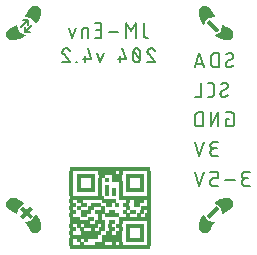
<source format=gbo>
G04 EAGLE Gerber X2 export*
%TF.Part,Single*%
%TF.FileFunction,Legend,Bot,1*%
%TF.FilePolarity,Positive*%
%TF.GenerationSoftware,Autodesk,EAGLE,9.6.2*%
%TF.CreationDate,2022-05-19T00:38:24Z*%
G75*
%MOMM*%
%FSLAX34Y34*%
%LPD*%
%INSilkscreen Bottom*%
%AMOC8*
5,1,8,0,0,1.08239X$1,22.5*%
G01*
%ADD10C,0.203200*%
%ADD11R,6.900000X0.300000*%
%ADD12R,0.300000X0.300000*%
%ADD13R,0.900000X0.300000*%
%ADD14R,1.800000X0.300000*%
%ADD15R,1.500000X0.300000*%
%ADD16R,2.400000X0.300000*%
%ADD17R,0.600000X0.300000*%
%ADD18R,1.200000X0.300000*%
%ADD19R,2.700000X0.300000*%
%ADD20R,3.000000X0.300000*%
%ADD21C,0.200000*%

G36*
X70058Y28768D02*
X70058Y28768D01*
X70116Y28780D01*
X70128Y28788D01*
X70134Y28790D01*
X70141Y28798D01*
X70176Y28824D01*
X73176Y31824D01*
X73199Y31866D01*
X73217Y31886D01*
X73219Y31897D01*
X73238Y31927D01*
X73240Y31941D01*
X73243Y31946D01*
X73243Y31957D01*
X73249Y32000D01*
X73249Y36000D01*
X73247Y36009D01*
X73247Y36010D01*
X73247Y36012D01*
X73246Y36014D01*
X73242Y36060D01*
X72242Y40060D01*
X72241Y40061D01*
X72214Y40128D01*
X69214Y45128D01*
X69201Y45140D01*
X69195Y45155D01*
X69151Y45186D01*
X69111Y45223D01*
X69094Y45226D01*
X69081Y45236D01*
X69027Y45238D01*
X68974Y45248D01*
X68958Y45241D01*
X68941Y45242D01*
X68894Y45215D01*
X68844Y45195D01*
X68835Y45181D01*
X68820Y45172D01*
X68777Y45111D01*
X66795Y41148D01*
X64877Y39230D01*
X59951Y38244D01*
X59899Y38217D01*
X59844Y38195D01*
X59838Y38185D01*
X59827Y38180D01*
X59798Y38128D01*
X59764Y38080D01*
X59764Y38069D01*
X59758Y38058D01*
X59761Y37999D01*
X59758Y37941D01*
X59764Y37926D01*
X59764Y37919D01*
X59771Y37910D01*
X59786Y37872D01*
X62781Y32880D01*
X63777Y30889D01*
X63796Y30868D01*
X63807Y30843D01*
X63862Y30793D01*
X66862Y28793D01*
X66896Y28782D01*
X66927Y28762D01*
X66991Y28752D01*
X66995Y28751D01*
X66997Y28751D01*
X67000Y28751D01*
X70000Y28751D01*
X70058Y28768D01*
G37*
G36*
X51009Y191753D02*
X51009Y191753D01*
X51060Y191758D01*
X55060Y192758D01*
X55061Y192759D01*
X55128Y192786D01*
X60128Y195786D01*
X60140Y195799D01*
X60155Y195805D01*
X60186Y195849D01*
X60223Y195889D01*
X60226Y195906D01*
X60236Y195919D01*
X60238Y195973D01*
X60248Y196027D01*
X60241Y196042D01*
X60242Y196059D01*
X60215Y196106D01*
X60195Y196156D01*
X60181Y196165D01*
X60172Y196180D01*
X60111Y196223D01*
X56148Y198205D01*
X54230Y200123D01*
X53244Y205049D01*
X53217Y205101D01*
X53195Y205156D01*
X53185Y205162D01*
X53180Y205173D01*
X53128Y205202D01*
X53080Y205236D01*
X53069Y205237D01*
X53058Y205242D01*
X52999Y205240D01*
X52941Y205242D01*
X52926Y205236D01*
X52919Y205236D01*
X52910Y205230D01*
X52872Y205214D01*
X47880Y202219D01*
X45889Y201223D01*
X45868Y201204D01*
X45843Y201193D01*
X45793Y201138D01*
X43793Y198138D01*
X43782Y198104D01*
X43762Y198074D01*
X43752Y198009D01*
X43751Y198005D01*
X43751Y198003D01*
X43751Y198000D01*
X43751Y195000D01*
X43762Y194960D01*
X43762Y194958D01*
X43765Y194950D01*
X43768Y194942D01*
X43780Y194884D01*
X43788Y194872D01*
X43790Y194866D01*
X43798Y194859D01*
X43818Y194831D01*
X43819Y194830D01*
X43820Y194829D01*
X43824Y194824D01*
X46824Y191824D01*
X46876Y191795D01*
X46927Y191762D01*
X46941Y191760D01*
X46946Y191757D01*
X46957Y191757D01*
X47000Y191751D01*
X51000Y191751D01*
X51009Y191753D01*
G37*
G36*
X227001Y44761D02*
X227001Y44761D01*
X227060Y44758D01*
X227074Y44764D01*
X227081Y44764D01*
X227090Y44771D01*
X227128Y44786D01*
X232120Y47781D01*
X234111Y48777D01*
X234132Y48796D01*
X234157Y48807D01*
X234207Y48862D01*
X236207Y51862D01*
X236211Y51873D01*
X236212Y51874D01*
X236213Y51880D01*
X236218Y51896D01*
X236238Y51927D01*
X236248Y51991D01*
X236249Y51995D01*
X236249Y51997D01*
X236249Y52000D01*
X236249Y55000D01*
X236232Y55058D01*
X236220Y55116D01*
X236212Y55128D01*
X236210Y55134D01*
X236202Y55141D01*
X236176Y55176D01*
X233176Y58176D01*
X233124Y58205D01*
X233074Y58238D01*
X233059Y58240D01*
X233054Y58243D01*
X233043Y58243D01*
X233000Y58249D01*
X229000Y58249D01*
X228992Y58247D01*
X228940Y58242D01*
X224940Y57242D01*
X224939Y57241D01*
X224872Y57214D01*
X219872Y54214D01*
X219860Y54201D01*
X219845Y54195D01*
X219814Y54151D01*
X219777Y54111D01*
X219774Y54094D01*
X219764Y54081D01*
X219762Y54027D01*
X219752Y53974D01*
X219759Y53958D01*
X219758Y53941D01*
X219785Y53894D01*
X219805Y53844D01*
X219819Y53835D01*
X219828Y53820D01*
X219889Y53777D01*
X223852Y51795D01*
X225770Y49877D01*
X226756Y44951D01*
X226783Y44899D01*
X226805Y44844D01*
X226815Y44838D01*
X226820Y44827D01*
X226872Y44798D01*
X226920Y44764D01*
X226931Y44764D01*
X226942Y44758D01*
X227001Y44761D01*
G37*
G36*
X211042Y204759D02*
X211042Y204759D01*
X211059Y204758D01*
X211106Y204785D01*
X211156Y204805D01*
X211165Y204819D01*
X211180Y204828D01*
X211223Y204889D01*
X213205Y208852D01*
X215123Y210770D01*
X220049Y211756D01*
X220101Y211783D01*
X220156Y211805D01*
X220162Y211815D01*
X220173Y211820D01*
X220202Y211872D01*
X220236Y211920D01*
X220237Y211931D01*
X220242Y211942D01*
X220240Y212001D01*
X220242Y212060D01*
X220236Y212074D01*
X220236Y212081D01*
X220230Y212090D01*
X220214Y212128D01*
X217219Y217120D01*
X216223Y219111D01*
X216204Y219132D01*
X216193Y219157D01*
X216138Y219207D01*
X213138Y221207D01*
X213104Y221218D01*
X213074Y221238D01*
X213009Y221248D01*
X213005Y221249D01*
X213003Y221249D01*
X213000Y221249D01*
X210000Y221249D01*
X209942Y221232D01*
X209884Y221220D01*
X209872Y221212D01*
X209866Y221210D01*
X209859Y221202D01*
X209824Y221176D01*
X206824Y218176D01*
X206795Y218124D01*
X206762Y218074D01*
X206760Y218059D01*
X206757Y218054D01*
X206757Y218043D01*
X206751Y218000D01*
X206751Y214000D01*
X206753Y213992D01*
X206758Y213940D01*
X207758Y209940D01*
X207759Y209939D01*
X207786Y209872D01*
X210786Y204872D01*
X210799Y204860D01*
X210805Y204845D01*
X210849Y204814D01*
X210889Y204777D01*
X210906Y204774D01*
X210919Y204764D01*
X210973Y204762D01*
X211027Y204752D01*
X211042Y204759D01*
G37*
G36*
X233058Y191768D02*
X233058Y191768D01*
X233116Y191780D01*
X233128Y191788D01*
X233134Y191790D01*
X233141Y191798D01*
X233176Y191824D01*
X236176Y194824D01*
X236199Y194866D01*
X236217Y194886D01*
X236219Y194897D01*
X236238Y194927D01*
X236240Y194941D01*
X236243Y194946D01*
X236243Y194957D01*
X236249Y195000D01*
X236249Y199000D01*
X236247Y199009D01*
X236247Y199012D01*
X236243Y199021D01*
X236232Y199058D01*
X236220Y199116D01*
X236212Y199128D01*
X236210Y199134D01*
X236202Y199141D01*
X236176Y199176D01*
X233176Y202176D01*
X233158Y202186D01*
X233145Y202203D01*
X233079Y202236D01*
X230110Y203226D01*
X227138Y205207D01*
X227077Y205227D01*
X227016Y205249D01*
X227010Y205248D01*
X227005Y205249D01*
X226943Y205232D01*
X226879Y205218D01*
X226875Y205214D01*
X226870Y205213D01*
X226827Y205165D01*
X226781Y205119D01*
X226778Y205112D01*
X226776Y205109D01*
X226775Y205102D01*
X226756Y205049D01*
X225770Y200123D01*
X223841Y198194D01*
X220862Y196207D01*
X220820Y196157D01*
X220776Y196109D01*
X220775Y196104D01*
X220772Y196100D01*
X220763Y196036D01*
X220752Y195971D01*
X220754Y195967D01*
X220754Y195962D01*
X220781Y195903D01*
X220807Y195843D01*
X220812Y195838D01*
X220813Y195835D01*
X220819Y195831D01*
X220862Y195793D01*
X223862Y193793D01*
X223870Y193790D01*
X223889Y193777D01*
X227889Y191777D01*
X227909Y191773D01*
X227927Y191762D01*
X228000Y191751D01*
X233000Y191751D01*
X233058Y191768D01*
G37*
G36*
X214058Y28768D02*
X214058Y28768D01*
X214116Y28780D01*
X214128Y28788D01*
X214134Y28790D01*
X214141Y28798D01*
X214176Y28824D01*
X217176Y31824D01*
X217186Y31842D01*
X217203Y31855D01*
X217236Y31921D01*
X218226Y34890D01*
X220207Y37862D01*
X220227Y37923D01*
X220249Y37984D01*
X220248Y37990D01*
X220249Y37995D01*
X220232Y38057D01*
X220218Y38121D01*
X220214Y38125D01*
X220213Y38130D01*
X220165Y38173D01*
X220119Y38219D01*
X220112Y38222D01*
X220109Y38224D01*
X220102Y38225D01*
X220049Y38244D01*
X215123Y39230D01*
X213194Y41159D01*
X211207Y44138D01*
X211157Y44180D01*
X211109Y44224D01*
X211104Y44225D01*
X211100Y44228D01*
X211036Y44237D01*
X210971Y44248D01*
X210967Y44246D01*
X210962Y44246D01*
X210903Y44219D01*
X210843Y44193D01*
X210838Y44188D01*
X210835Y44187D01*
X210831Y44181D01*
X210793Y44138D01*
X208793Y41138D01*
X208790Y41130D01*
X208777Y41111D01*
X206777Y37111D01*
X206773Y37091D01*
X206762Y37074D01*
X206751Y37000D01*
X206751Y32000D01*
X206762Y31960D01*
X206762Y31958D01*
X206765Y31950D01*
X206768Y31942D01*
X206780Y31884D01*
X206788Y31872D01*
X206790Y31866D01*
X206798Y31859D01*
X206818Y31831D01*
X206819Y31830D01*
X206820Y31829D01*
X206824Y31824D01*
X209824Y28824D01*
X209876Y28795D01*
X209927Y28762D01*
X209941Y28760D01*
X209946Y28757D01*
X209957Y28757D01*
X210000Y28751D01*
X214000Y28751D01*
X214058Y28768D01*
G37*
G36*
X53057Y44768D02*
X53057Y44768D01*
X53121Y44782D01*
X53125Y44786D01*
X53130Y44787D01*
X53173Y44835D01*
X53219Y44881D01*
X53222Y44888D01*
X53224Y44891D01*
X53225Y44899D01*
X53244Y44951D01*
X54230Y49877D01*
X56159Y51806D01*
X59138Y53793D01*
X59180Y53843D01*
X59224Y53891D01*
X59225Y53896D01*
X59228Y53900D01*
X59237Y53964D01*
X59248Y54029D01*
X59246Y54033D01*
X59246Y54038D01*
X59219Y54097D01*
X59193Y54157D01*
X59188Y54162D01*
X59187Y54165D01*
X59181Y54169D01*
X59138Y54207D01*
X56138Y56207D01*
X56130Y56210D01*
X56111Y56223D01*
X52111Y58223D01*
X52091Y58227D01*
X52074Y58238D01*
X52000Y58249D01*
X47000Y58249D01*
X46942Y58232D01*
X46884Y58220D01*
X46872Y58212D01*
X46866Y58210D01*
X46859Y58202D01*
X46824Y58176D01*
X43824Y55176D01*
X43795Y55124D01*
X43762Y55074D01*
X43760Y55059D01*
X43757Y55054D01*
X43757Y55043D01*
X43751Y55000D01*
X43751Y51000D01*
X43768Y50942D01*
X43780Y50884D01*
X43788Y50872D01*
X43790Y50866D01*
X43798Y50859D01*
X43824Y50824D01*
X46824Y47824D01*
X46842Y47814D01*
X46855Y47797D01*
X46921Y47764D01*
X49890Y46774D01*
X52862Y44793D01*
X52923Y44773D01*
X52984Y44751D01*
X52990Y44752D01*
X52995Y44751D01*
X53057Y44768D01*
G37*
G36*
X69033Y205754D02*
X69033Y205754D01*
X69038Y205754D01*
X69097Y205781D01*
X69157Y205807D01*
X69162Y205812D01*
X69165Y205813D01*
X69169Y205819D01*
X69207Y205862D01*
X71207Y208862D01*
X71210Y208870D01*
X71223Y208889D01*
X73223Y212889D01*
X73227Y212909D01*
X73238Y212927D01*
X73249Y213000D01*
X73249Y218000D01*
X73232Y218058D01*
X73220Y218116D01*
X73212Y218128D01*
X73210Y218134D01*
X73202Y218141D01*
X73176Y218176D01*
X70176Y221176D01*
X70124Y221205D01*
X70074Y221238D01*
X70059Y221240D01*
X70054Y221243D01*
X70043Y221243D01*
X70000Y221249D01*
X66000Y221249D01*
X65942Y221232D01*
X65884Y221220D01*
X65872Y221212D01*
X65866Y221210D01*
X65859Y221202D01*
X65824Y221176D01*
X62824Y218176D01*
X62814Y218158D01*
X62797Y218145D01*
X62764Y218079D01*
X61774Y215110D01*
X59793Y212138D01*
X59773Y212077D01*
X59751Y212016D01*
X59752Y212010D01*
X59751Y212005D01*
X59768Y211943D01*
X59782Y211879D01*
X59786Y211875D01*
X59787Y211870D01*
X59835Y211827D01*
X59881Y211781D01*
X59888Y211778D01*
X59891Y211776D01*
X59899Y211775D01*
X59951Y211756D01*
X64877Y210770D01*
X66806Y208841D01*
X68793Y205862D01*
X68843Y205820D01*
X68891Y205776D01*
X68896Y205775D01*
X68900Y205772D01*
X68964Y205763D01*
X69029Y205752D01*
X69033Y205754D01*
G37*
G36*
X64032Y40762D02*
X64032Y40762D01*
X64086Y40766D01*
X64100Y40776D01*
X64116Y40780D01*
X64176Y40824D01*
X66176Y42824D01*
X66185Y42839D01*
X66198Y42849D01*
X66209Y42876D01*
X66220Y42889D01*
X66223Y42909D01*
X66243Y42946D01*
X66242Y42963D01*
X66248Y42979D01*
X66240Y43021D01*
X66241Y43027D01*
X66237Y43036D01*
X66234Y43086D01*
X66224Y43100D01*
X66220Y43116D01*
X66176Y43176D01*
X63353Y46000D01*
X66176Y48824D01*
X66185Y48839D01*
X66198Y48849D01*
X66218Y48899D01*
X66243Y48946D01*
X66242Y48963D01*
X66248Y48979D01*
X66238Y49032D01*
X66234Y49086D01*
X66224Y49100D01*
X66220Y49116D01*
X66176Y49176D01*
X64176Y51176D01*
X64161Y51185D01*
X64151Y51198D01*
X64101Y51218D01*
X64054Y51243D01*
X64037Y51242D01*
X64021Y51248D01*
X63968Y51238D01*
X63914Y51234D01*
X63900Y51224D01*
X63884Y51220D01*
X63824Y51176D01*
X61000Y48353D01*
X58176Y51176D01*
X58161Y51185D01*
X58151Y51198D01*
X58101Y51218D01*
X58054Y51243D01*
X58037Y51242D01*
X58021Y51248D01*
X57968Y51238D01*
X57914Y51234D01*
X57900Y51224D01*
X57884Y51220D01*
X57824Y51176D01*
X55824Y49176D01*
X55815Y49161D01*
X55802Y49151D01*
X55782Y49101D01*
X55757Y49054D01*
X55758Y49037D01*
X55752Y49021D01*
X55762Y48968D01*
X55766Y48914D01*
X55776Y48900D01*
X55780Y48884D01*
X55824Y48824D01*
X58648Y46000D01*
X55824Y43176D01*
X55815Y43161D01*
X55802Y43151D01*
X55783Y43103D01*
X55780Y43099D01*
X55779Y43095D01*
X55757Y43054D01*
X55758Y43037D01*
X55752Y43021D01*
X55761Y42974D01*
X55759Y42961D01*
X55764Y42950D01*
X55766Y42914D01*
X55776Y42900D01*
X55780Y42884D01*
X55814Y42837D01*
X55816Y42833D01*
X55818Y42831D01*
X55824Y42824D01*
X57824Y40824D01*
X57839Y40815D01*
X57849Y40802D01*
X57899Y40782D01*
X57946Y40757D01*
X57963Y40758D01*
X57979Y40752D01*
X58032Y40762D01*
X58086Y40766D01*
X58100Y40776D01*
X58116Y40780D01*
X58176Y40824D01*
X61000Y43648D01*
X63824Y40824D01*
X63839Y40815D01*
X63849Y40802D01*
X63899Y40782D01*
X63946Y40757D01*
X63963Y40758D01*
X63979Y40752D01*
X64032Y40762D01*
G37*
G36*
X222032Y198762D02*
X222032Y198762D01*
X222086Y198766D01*
X222100Y198776D01*
X222116Y198780D01*
X222176Y198824D01*
X224176Y200824D01*
X224185Y200839D01*
X224198Y200849D01*
X224209Y200876D01*
X224220Y200889D01*
X224223Y200909D01*
X224243Y200946D01*
X224242Y200963D01*
X224248Y200979D01*
X224240Y201021D01*
X224241Y201027D01*
X224237Y201036D01*
X224234Y201086D01*
X224224Y201100D01*
X224220Y201116D01*
X224176Y201176D01*
X216176Y209176D01*
X216161Y209185D01*
X216151Y209198D01*
X216101Y209218D01*
X216054Y209243D01*
X216037Y209242D01*
X216021Y209248D01*
X215968Y209238D01*
X215914Y209234D01*
X215900Y209224D01*
X215884Y209220D01*
X215824Y209176D01*
X213824Y207176D01*
X213815Y207161D01*
X213802Y207151D01*
X213782Y207101D01*
X213757Y207054D01*
X213758Y207037D01*
X213752Y207021D01*
X213762Y206968D01*
X213766Y206914D01*
X213776Y206900D01*
X213780Y206884D01*
X213824Y206824D01*
X221824Y198824D01*
X221839Y198815D01*
X221849Y198802D01*
X221899Y198782D01*
X221946Y198757D01*
X221963Y198758D01*
X221979Y198752D01*
X222032Y198762D01*
G37*
G36*
X216032Y40762D02*
X216032Y40762D01*
X216086Y40766D01*
X216100Y40776D01*
X216116Y40780D01*
X216176Y40824D01*
X224176Y48824D01*
X224185Y48839D01*
X224198Y48849D01*
X224218Y48899D01*
X224243Y48946D01*
X224242Y48963D01*
X224248Y48979D01*
X224238Y49032D01*
X224234Y49086D01*
X224224Y49100D01*
X224220Y49116D01*
X224176Y49176D01*
X222176Y51176D01*
X222161Y51185D01*
X222151Y51198D01*
X222101Y51218D01*
X222054Y51243D01*
X222037Y51242D01*
X222021Y51248D01*
X221968Y51238D01*
X221914Y51234D01*
X221900Y51224D01*
X221884Y51220D01*
X221824Y51176D01*
X213824Y43176D01*
X213815Y43161D01*
X213802Y43151D01*
X213783Y43103D01*
X213780Y43099D01*
X213779Y43095D01*
X213757Y43054D01*
X213758Y43037D01*
X213752Y43021D01*
X213761Y42974D01*
X213759Y42961D01*
X213764Y42950D01*
X213766Y42914D01*
X213776Y42900D01*
X213780Y42884D01*
X213814Y42837D01*
X213816Y42833D01*
X213818Y42831D01*
X213824Y42824D01*
X215824Y40824D01*
X215839Y40815D01*
X215849Y40802D01*
X215899Y40782D01*
X215946Y40757D01*
X215963Y40758D01*
X215979Y40752D01*
X216032Y40762D01*
G37*
D10*
X160184Y206119D02*
X160184Y196833D01*
X160186Y196731D01*
X160192Y196630D01*
X160202Y196529D01*
X160215Y196428D01*
X160233Y196328D01*
X160254Y196229D01*
X160279Y196130D01*
X160308Y196033D01*
X160340Y195936D01*
X160376Y195841D01*
X160416Y195748D01*
X160459Y195656D01*
X160506Y195566D01*
X160557Y195477D01*
X160610Y195391D01*
X160667Y195307D01*
X160727Y195225D01*
X160790Y195145D01*
X160856Y195068D01*
X160925Y194993D01*
X160997Y194921D01*
X161072Y194852D01*
X161149Y194786D01*
X161229Y194723D01*
X161311Y194663D01*
X161395Y194606D01*
X161481Y194553D01*
X161570Y194502D01*
X161660Y194455D01*
X161752Y194412D01*
X161845Y194372D01*
X161940Y194336D01*
X162037Y194304D01*
X162134Y194275D01*
X162233Y194250D01*
X162332Y194229D01*
X162432Y194211D01*
X162533Y194198D01*
X162634Y194188D01*
X162735Y194182D01*
X162837Y194180D01*
X162837Y194181D02*
X164164Y194181D01*
X153302Y194181D02*
X153302Y206119D01*
X149323Y199486D01*
X145344Y206119D01*
X145344Y194181D01*
X138634Y198823D02*
X130675Y198823D01*
X124105Y194181D02*
X118800Y194181D01*
X124105Y194181D02*
X124105Y206119D01*
X118800Y206119D01*
X120126Y200813D02*
X124105Y200813D01*
X113419Y202139D02*
X113419Y194181D01*
X113419Y202139D02*
X110103Y202139D01*
X110016Y202137D01*
X109930Y202131D01*
X109843Y202122D01*
X109757Y202109D01*
X109672Y202092D01*
X109588Y202071D01*
X109505Y202047D01*
X109422Y202019D01*
X109341Y201988D01*
X109262Y201953D01*
X109184Y201914D01*
X109108Y201872D01*
X109034Y201827D01*
X108962Y201779D01*
X108892Y201728D01*
X108824Y201673D01*
X108759Y201616D01*
X108696Y201556D01*
X108636Y201493D01*
X108579Y201428D01*
X108524Y201360D01*
X108473Y201290D01*
X108425Y201218D01*
X108380Y201144D01*
X108338Y201068D01*
X108299Y200990D01*
X108264Y200911D01*
X108233Y200830D01*
X108205Y200747D01*
X108181Y200664D01*
X108160Y200580D01*
X108143Y200495D01*
X108130Y200409D01*
X108121Y200322D01*
X108115Y200236D01*
X108113Y200149D01*
X108113Y200150D02*
X108113Y194181D01*
X99869Y194181D02*
X102522Y202139D01*
X97217Y202139D02*
X99869Y194181D01*
X163416Y182179D02*
X163418Y182286D01*
X163424Y182392D01*
X163433Y182498D01*
X163446Y182604D01*
X163463Y182709D01*
X163484Y182814D01*
X163509Y182917D01*
X163537Y183020D01*
X163569Y183122D01*
X163604Y183222D01*
X163643Y183321D01*
X163686Y183419D01*
X163732Y183515D01*
X163781Y183610D01*
X163834Y183702D01*
X163890Y183793D01*
X163949Y183881D01*
X164011Y183968D01*
X164077Y184052D01*
X164145Y184134D01*
X164216Y184213D01*
X164290Y184290D01*
X164367Y184364D01*
X164446Y184435D01*
X164528Y184503D01*
X164612Y184569D01*
X164699Y184631D01*
X164787Y184690D01*
X164878Y184746D01*
X164970Y184799D01*
X165065Y184848D01*
X165161Y184894D01*
X165259Y184937D01*
X165358Y184976D01*
X165458Y185011D01*
X165560Y185043D01*
X165663Y185071D01*
X165766Y185096D01*
X165871Y185117D01*
X165976Y185134D01*
X166082Y185147D01*
X166188Y185156D01*
X166294Y185162D01*
X166401Y185164D01*
X166401Y185163D02*
X166522Y185161D01*
X166642Y185155D01*
X166762Y185146D01*
X166882Y185133D01*
X167001Y185116D01*
X167120Y185095D01*
X167238Y185071D01*
X167355Y185042D01*
X167471Y185011D01*
X167587Y184975D01*
X167701Y184936D01*
X167813Y184893D01*
X167925Y184847D01*
X168035Y184798D01*
X168143Y184744D01*
X168249Y184688D01*
X168354Y184628D01*
X168457Y184565D01*
X168557Y184499D01*
X168656Y184430D01*
X168752Y184357D01*
X168846Y184282D01*
X168938Y184204D01*
X169027Y184122D01*
X169114Y184038D01*
X169198Y183952D01*
X169279Y183863D01*
X169357Y183771D01*
X169432Y183677D01*
X169504Y183580D01*
X169574Y183482D01*
X169640Y183381D01*
X169703Y183278D01*
X169762Y183173D01*
X169819Y183067D01*
X169872Y182958D01*
X169921Y182849D01*
X169967Y182737D01*
X170010Y182624D01*
X170048Y182510D01*
X164411Y179857D02*
X164331Y179937D01*
X164253Y180019D01*
X164179Y180103D01*
X164107Y180191D01*
X164039Y180281D01*
X163973Y180373D01*
X163911Y180467D01*
X163853Y180563D01*
X163798Y180662D01*
X163746Y180762D01*
X163698Y180864D01*
X163653Y180968D01*
X163613Y181073D01*
X163576Y181180D01*
X163542Y181288D01*
X163513Y181397D01*
X163487Y181507D01*
X163466Y181618D01*
X163448Y181729D01*
X163434Y181841D01*
X163424Y181953D01*
X163418Y182066D01*
X163416Y182179D01*
X164411Y179858D02*
X170049Y173226D01*
X163416Y173226D01*
X157476Y179195D02*
X157473Y179430D01*
X157465Y179665D01*
X157451Y179899D01*
X157431Y180133D01*
X157406Y180367D01*
X157375Y180599D01*
X157339Y180831D01*
X157297Y181063D01*
X157250Y181293D01*
X157197Y181521D01*
X157139Y181749D01*
X157075Y181975D01*
X157006Y182199D01*
X156932Y182422D01*
X156852Y182643D01*
X156767Y182862D01*
X156677Y183079D01*
X156582Y183294D01*
X156481Y183506D01*
X156448Y183598D01*
X156410Y183689D01*
X156369Y183778D01*
X156325Y183866D01*
X156277Y183951D01*
X156226Y184035D01*
X156171Y184117D01*
X156113Y184196D01*
X156052Y184273D01*
X155988Y184347D01*
X155921Y184419D01*
X155851Y184488D01*
X155779Y184554D01*
X155704Y184618D01*
X155626Y184678D01*
X155546Y184735D01*
X155464Y184789D01*
X155380Y184839D01*
X155294Y184886D01*
X155206Y184930D01*
X155116Y184970D01*
X155025Y185007D01*
X154932Y185039D01*
X154838Y185068D01*
X154744Y185094D01*
X154648Y185115D01*
X154551Y185133D01*
X154454Y185146D01*
X154356Y185156D01*
X154258Y185162D01*
X154160Y185164D01*
X154062Y185162D01*
X153964Y185156D01*
X153866Y185146D01*
X153769Y185133D01*
X153672Y185115D01*
X153576Y185094D01*
X153482Y185068D01*
X153388Y185039D01*
X153295Y185007D01*
X153204Y184970D01*
X153114Y184930D01*
X153026Y184886D01*
X152940Y184839D01*
X152856Y184789D01*
X152774Y184735D01*
X152694Y184678D01*
X152616Y184618D01*
X152541Y184554D01*
X152469Y184488D01*
X152399Y184419D01*
X152332Y184347D01*
X152268Y184273D01*
X152207Y184196D01*
X152149Y184117D01*
X152094Y184035D01*
X152043Y183951D01*
X151995Y183866D01*
X151951Y183778D01*
X151910Y183689D01*
X151872Y183598D01*
X151839Y183506D01*
X151838Y183506D02*
X151737Y183294D01*
X151642Y183079D01*
X151552Y182862D01*
X151467Y182643D01*
X151387Y182422D01*
X151313Y182200D01*
X151244Y181975D01*
X151180Y181749D01*
X151122Y181521D01*
X151069Y181293D01*
X151022Y181063D01*
X150980Y180831D01*
X150944Y180599D01*
X150913Y180367D01*
X150888Y180133D01*
X150868Y179899D01*
X150854Y179665D01*
X150846Y179430D01*
X150843Y179195D01*
X157475Y179195D02*
X157472Y178960D01*
X157464Y178725D01*
X157450Y178491D01*
X157430Y178257D01*
X157405Y178023D01*
X157374Y177791D01*
X157338Y177559D01*
X157296Y177328D01*
X157249Y177097D01*
X157196Y176869D01*
X157138Y176641D01*
X157074Y176415D01*
X157005Y176191D01*
X156931Y175968D01*
X156851Y175747D01*
X156766Y175528D01*
X156676Y175311D01*
X156581Y175096D01*
X156480Y174884D01*
X156481Y174883D02*
X156448Y174791D01*
X156410Y174700D01*
X156369Y174611D01*
X156325Y174523D01*
X156277Y174438D01*
X156226Y174354D01*
X156171Y174272D01*
X156113Y174193D01*
X156052Y174116D01*
X155988Y174042D01*
X155921Y173970D01*
X155851Y173901D01*
X155779Y173835D01*
X155704Y173771D01*
X155626Y173711D01*
X155546Y173654D01*
X155464Y173600D01*
X155380Y173550D01*
X155294Y173503D01*
X155206Y173459D01*
X155116Y173419D01*
X155025Y173382D01*
X154932Y173350D01*
X154838Y173321D01*
X154744Y173295D01*
X154648Y173274D01*
X154551Y173256D01*
X154454Y173243D01*
X154356Y173233D01*
X154258Y173227D01*
X154160Y173225D01*
X151838Y174884D02*
X151737Y175096D01*
X151642Y175311D01*
X151552Y175528D01*
X151467Y175747D01*
X151387Y175968D01*
X151313Y176191D01*
X151244Y176415D01*
X151180Y176641D01*
X151122Y176869D01*
X151069Y177097D01*
X151022Y177327D01*
X150980Y177559D01*
X150944Y177791D01*
X150913Y178023D01*
X150888Y178257D01*
X150868Y178491D01*
X150854Y178725D01*
X150846Y178960D01*
X150843Y179195D01*
X151839Y174883D02*
X151872Y174791D01*
X151910Y174700D01*
X151951Y174611D01*
X151995Y174523D01*
X152043Y174438D01*
X152095Y174354D01*
X152149Y174272D01*
X152207Y174193D01*
X152268Y174116D01*
X152332Y174042D01*
X152399Y173970D01*
X152469Y173901D01*
X152541Y173835D01*
X152616Y173771D01*
X152694Y173711D01*
X152774Y173654D01*
X152856Y173600D01*
X152940Y173550D01*
X153026Y173503D01*
X153114Y173459D01*
X153204Y173419D01*
X153295Y173382D01*
X153388Y173350D01*
X153482Y173321D01*
X153576Y173295D01*
X153672Y173274D01*
X153769Y173256D01*
X153866Y173243D01*
X153964Y173233D01*
X154062Y173227D01*
X154160Y173225D01*
X156812Y175878D02*
X151507Y182511D01*
X144903Y175878D02*
X142250Y185164D01*
X144903Y175878D02*
X138270Y175878D01*
X140260Y173226D02*
X140260Y178531D01*
X126218Y181184D02*
X123565Y173226D01*
X120912Y181184D01*
X115566Y175878D02*
X112913Y185164D01*
X115566Y175878D02*
X108934Y175878D01*
X110923Y178531D02*
X110923Y173226D01*
X103780Y173226D02*
X103780Y173889D01*
X103117Y173889D01*
X103117Y173226D01*
X103780Y173226D01*
X94316Y185164D02*
X94209Y185162D01*
X94103Y185156D01*
X93997Y185147D01*
X93891Y185134D01*
X93786Y185117D01*
X93681Y185096D01*
X93578Y185071D01*
X93475Y185043D01*
X93373Y185011D01*
X93273Y184976D01*
X93174Y184937D01*
X93076Y184894D01*
X92980Y184848D01*
X92885Y184799D01*
X92793Y184746D01*
X92702Y184690D01*
X92614Y184631D01*
X92527Y184569D01*
X92443Y184503D01*
X92361Y184435D01*
X92282Y184364D01*
X92205Y184290D01*
X92131Y184213D01*
X92060Y184134D01*
X91992Y184052D01*
X91926Y183968D01*
X91864Y183881D01*
X91805Y183793D01*
X91749Y183702D01*
X91696Y183610D01*
X91647Y183515D01*
X91601Y183419D01*
X91558Y183321D01*
X91519Y183222D01*
X91484Y183122D01*
X91452Y183020D01*
X91424Y182917D01*
X91399Y182814D01*
X91378Y182709D01*
X91361Y182604D01*
X91348Y182498D01*
X91339Y182392D01*
X91333Y182286D01*
X91331Y182179D01*
X94316Y185163D02*
X94437Y185161D01*
X94557Y185155D01*
X94677Y185146D01*
X94797Y185133D01*
X94916Y185116D01*
X95035Y185095D01*
X95153Y185071D01*
X95270Y185042D01*
X95386Y185011D01*
X95502Y184975D01*
X95616Y184936D01*
X95728Y184893D01*
X95840Y184847D01*
X95950Y184798D01*
X96058Y184744D01*
X96164Y184688D01*
X96269Y184628D01*
X96372Y184565D01*
X96472Y184499D01*
X96571Y184430D01*
X96667Y184357D01*
X96761Y184282D01*
X96853Y184204D01*
X96942Y184122D01*
X97029Y184038D01*
X97113Y183952D01*
X97194Y183863D01*
X97272Y183771D01*
X97347Y183677D01*
X97419Y183580D01*
X97489Y183482D01*
X97555Y183381D01*
X97618Y183278D01*
X97677Y183173D01*
X97734Y183067D01*
X97787Y182958D01*
X97836Y182849D01*
X97882Y182737D01*
X97925Y182624D01*
X97963Y182510D01*
X92326Y179857D02*
X92246Y179937D01*
X92168Y180019D01*
X92094Y180103D01*
X92022Y180191D01*
X91954Y180281D01*
X91888Y180373D01*
X91826Y180467D01*
X91768Y180563D01*
X91713Y180662D01*
X91661Y180762D01*
X91613Y180864D01*
X91568Y180968D01*
X91528Y181073D01*
X91491Y181180D01*
X91457Y181288D01*
X91428Y181397D01*
X91402Y181507D01*
X91381Y181618D01*
X91363Y181729D01*
X91349Y181841D01*
X91339Y181953D01*
X91333Y182066D01*
X91331Y182179D01*
X92326Y179858D02*
X97964Y173226D01*
X91331Y173226D01*
D11*
X132036Y16740D03*
D12*
X99036Y19740D03*
X108036Y19740D03*
D13*
X123036Y19740D03*
D12*
X135036Y19740D03*
X141036Y19740D03*
X165036Y19740D03*
X99036Y22740D03*
X105036Y22740D03*
X111036Y22740D03*
D14*
X133536Y22740D03*
D15*
X153036Y22740D03*
D12*
X165036Y22740D03*
D16*
X109536Y25740D03*
D14*
X133536Y25740D03*
D12*
X147036Y25740D03*
X159036Y25740D03*
X165036Y25740D03*
X99036Y28740D03*
D14*
X115536Y28740D03*
D17*
X130536Y28740D03*
X139536Y28740D03*
D12*
X147036Y28740D03*
X159036Y28740D03*
X165036Y28740D03*
D17*
X100536Y31740D03*
D12*
X108036Y31740D03*
X117036Y31740D03*
D17*
X124536Y31740D03*
X133536Y31740D03*
D12*
X141036Y31740D03*
X147036Y31740D03*
X159036Y31740D03*
X165036Y31740D03*
X99036Y34740D03*
X105036Y34740D03*
D18*
X115536Y34740D03*
D12*
X126036Y34740D03*
X132036Y34740D03*
D17*
X139536Y34740D03*
D15*
X153036Y34740D03*
D12*
X165036Y34740D03*
D14*
X106536Y37740D03*
D13*
X123036Y37740D03*
D17*
X133536Y37740D03*
D12*
X141036Y37740D03*
X165036Y37740D03*
D13*
X102036Y40740D03*
D17*
X115536Y40740D03*
D12*
X123036Y40740D03*
D19*
X153036Y40740D03*
D12*
X99036Y43740D03*
D17*
X109536Y43740D03*
D12*
X123036Y43740D03*
D18*
X133536Y43740D03*
D12*
X147036Y43740D03*
X156036Y43740D03*
D17*
X163536Y43740D03*
X100536Y46740D03*
D13*
X111036Y46740D03*
X123036Y46740D03*
D17*
X133536Y46740D03*
D12*
X144036Y46740D03*
D17*
X151536Y46740D03*
D12*
X159036Y46740D03*
X165036Y46740D03*
X99036Y49740D03*
X105036Y49740D03*
D17*
X115536Y49740D03*
D12*
X126036Y49740D03*
X147036Y49740D03*
D13*
X162036Y49740D03*
D17*
X100536Y52740D03*
X109536Y52740D03*
D13*
X120036Y52740D03*
D17*
X130536Y52740D03*
D12*
X138036Y52740D03*
D17*
X145536Y52740D03*
X154536Y52740D03*
D12*
X165036Y52740D03*
X99036Y55740D03*
D17*
X106536Y55740D03*
D18*
X130536Y55740D03*
D12*
X147036Y55740D03*
D13*
X156036Y55740D03*
D12*
X165036Y55740D03*
D20*
X112536Y58740D03*
D19*
X153036Y58740D03*
D12*
X99036Y61740D03*
X123036Y61740D03*
X129036Y61740D03*
X135036Y61740D03*
X141036Y61740D03*
X165036Y61740D03*
X99036Y64740D03*
D15*
X111036Y64740D03*
D12*
X123036Y64740D03*
X129036Y64740D03*
X135036Y64740D03*
X141036Y64740D03*
D15*
X153036Y64740D03*
D12*
X165036Y64740D03*
X99036Y67740D03*
X105036Y67740D03*
X117036Y67740D03*
X123036Y67740D03*
X129036Y67740D03*
X141036Y67740D03*
X147036Y67740D03*
X159036Y67740D03*
X165036Y67740D03*
X99036Y70740D03*
X105036Y70740D03*
X117036Y70740D03*
X123036Y70740D03*
X141036Y70740D03*
X147036Y70740D03*
X159036Y70740D03*
X165036Y70740D03*
X99036Y73740D03*
X105036Y73740D03*
X117036Y73740D03*
X123036Y73740D03*
X129036Y73740D03*
D13*
X138036Y73740D03*
D12*
X147036Y73740D03*
X159036Y73740D03*
X165036Y73740D03*
X99036Y76740D03*
D15*
X111036Y76740D03*
D17*
X124536Y76740D03*
D13*
X138036Y76740D03*
D15*
X153036Y76740D03*
D12*
X165036Y76740D03*
X99036Y79740D03*
D15*
X129036Y79740D03*
D12*
X141036Y79740D03*
X165036Y79740D03*
D11*
X132036Y82740D03*
D10*
X229607Y171878D02*
X229609Y171776D01*
X229615Y171675D01*
X229625Y171574D01*
X229638Y171473D01*
X229656Y171373D01*
X229677Y171274D01*
X229702Y171175D01*
X229731Y171078D01*
X229763Y170981D01*
X229799Y170886D01*
X229839Y170793D01*
X229882Y170701D01*
X229929Y170611D01*
X229980Y170522D01*
X230033Y170436D01*
X230090Y170352D01*
X230150Y170270D01*
X230213Y170190D01*
X230279Y170113D01*
X230348Y170038D01*
X230420Y169966D01*
X230495Y169897D01*
X230572Y169831D01*
X230652Y169768D01*
X230734Y169708D01*
X230818Y169651D01*
X230904Y169598D01*
X230993Y169547D01*
X231083Y169500D01*
X231175Y169457D01*
X231268Y169417D01*
X231363Y169381D01*
X231460Y169349D01*
X231557Y169320D01*
X231656Y169295D01*
X231755Y169274D01*
X231855Y169256D01*
X231956Y169243D01*
X232057Y169233D01*
X232158Y169227D01*
X232260Y169225D01*
X232408Y169227D01*
X232555Y169233D01*
X232702Y169242D01*
X232849Y169256D01*
X232995Y169273D01*
X233141Y169295D01*
X233287Y169320D01*
X233431Y169349D01*
X233575Y169381D01*
X233718Y169418D01*
X233860Y169458D01*
X234001Y169502D01*
X234140Y169550D01*
X234278Y169601D01*
X234415Y169656D01*
X234551Y169715D01*
X234685Y169777D01*
X234817Y169842D01*
X234947Y169911D01*
X235075Y169984D01*
X235202Y170059D01*
X235327Y170138D01*
X235449Y170221D01*
X235569Y170306D01*
X235687Y170395D01*
X235802Y170487D01*
X235915Y170581D01*
X236026Y170679D01*
X236134Y170780D01*
X236239Y170883D01*
X235908Y178510D02*
X235906Y178612D01*
X235900Y178713D01*
X235890Y178814D01*
X235877Y178915D01*
X235859Y179015D01*
X235838Y179114D01*
X235813Y179213D01*
X235784Y179310D01*
X235752Y179407D01*
X235716Y179502D01*
X235676Y179595D01*
X235633Y179687D01*
X235586Y179777D01*
X235535Y179866D01*
X235482Y179952D01*
X235425Y180036D01*
X235365Y180118D01*
X235302Y180198D01*
X235236Y180275D01*
X235167Y180350D01*
X235095Y180422D01*
X235020Y180491D01*
X234943Y180557D01*
X234863Y180620D01*
X234781Y180680D01*
X234697Y180737D01*
X234611Y180790D01*
X234522Y180841D01*
X234432Y180888D01*
X234340Y180931D01*
X234247Y180971D01*
X234152Y181007D01*
X234055Y181039D01*
X233958Y181068D01*
X233859Y181093D01*
X233760Y181114D01*
X233660Y181132D01*
X233559Y181145D01*
X233458Y181155D01*
X233357Y181161D01*
X233255Y181163D01*
X233116Y181161D01*
X232977Y181155D01*
X232838Y181145D01*
X232700Y181132D01*
X232561Y181114D01*
X232424Y181093D01*
X232287Y181068D01*
X232151Y181039D01*
X232016Y181006D01*
X231881Y180970D01*
X231748Y180929D01*
X231616Y180885D01*
X231485Y180838D01*
X231356Y180786D01*
X231228Y180731D01*
X231102Y180673D01*
X230977Y180611D01*
X230855Y180545D01*
X230734Y180477D01*
X230615Y180404D01*
X230498Y180329D01*
X230383Y180250D01*
X230271Y180168D01*
X234582Y176189D02*
X234667Y176241D01*
X234750Y176297D01*
X234831Y176355D01*
X234910Y176417D01*
X234986Y176481D01*
X235060Y176548D01*
X235132Y176618D01*
X235200Y176690D01*
X235267Y176765D01*
X235330Y176842D01*
X235390Y176922D01*
X235448Y177004D01*
X235502Y177088D01*
X235553Y177173D01*
X235601Y177261D01*
X235646Y177350D01*
X235687Y177441D01*
X235725Y177534D01*
X235759Y177628D01*
X235790Y177722D01*
X235818Y177819D01*
X235842Y177916D01*
X235862Y178013D01*
X235878Y178112D01*
X235891Y178211D01*
X235901Y178310D01*
X235906Y178410D01*
X235908Y178510D01*
X230934Y174199D02*
X230849Y174147D01*
X230766Y174091D01*
X230685Y174033D01*
X230606Y173971D01*
X230530Y173907D01*
X230456Y173840D01*
X230384Y173770D01*
X230316Y173698D01*
X230249Y173623D01*
X230186Y173546D01*
X230126Y173466D01*
X230068Y173384D01*
X230014Y173300D01*
X229963Y173215D01*
X229915Y173127D01*
X229870Y173038D01*
X229829Y172947D01*
X229791Y172854D01*
X229757Y172761D01*
X229726Y172666D01*
X229698Y172569D01*
X229674Y172472D01*
X229654Y172375D01*
X229638Y172276D01*
X229625Y172177D01*
X229615Y172078D01*
X229610Y171978D01*
X229608Y171878D01*
X230934Y174199D02*
X234582Y176189D01*
X223667Y181163D02*
X223667Y169225D01*
X223667Y181163D02*
X220351Y181163D01*
X220238Y181161D01*
X220125Y181155D01*
X220012Y181146D01*
X219899Y181132D01*
X219788Y181115D01*
X219676Y181094D01*
X219566Y181069D01*
X219456Y181040D01*
X219348Y181008D01*
X219241Y180972D01*
X219135Y180932D01*
X219030Y180888D01*
X218927Y180842D01*
X218825Y180791D01*
X218726Y180737D01*
X218628Y180680D01*
X218532Y180620D01*
X218439Y180556D01*
X218347Y180489D01*
X218258Y180419D01*
X218172Y180346D01*
X218088Y180270D01*
X218006Y180192D01*
X217928Y180110D01*
X217852Y180026D01*
X217779Y179940D01*
X217709Y179851D01*
X217642Y179759D01*
X217578Y179666D01*
X217518Y179570D01*
X217461Y179472D01*
X217407Y179373D01*
X217356Y179271D01*
X217310Y179168D01*
X217266Y179063D01*
X217226Y178957D01*
X217190Y178850D01*
X217158Y178742D01*
X217129Y178632D01*
X217104Y178522D01*
X217083Y178410D01*
X217066Y178299D01*
X217052Y178186D01*
X217043Y178073D01*
X217037Y177960D01*
X217035Y177847D01*
X217035Y172541D01*
X217037Y172428D01*
X217043Y172315D01*
X217052Y172202D01*
X217066Y172089D01*
X217083Y171978D01*
X217104Y171866D01*
X217129Y171756D01*
X217158Y171646D01*
X217190Y171538D01*
X217226Y171431D01*
X217266Y171325D01*
X217310Y171220D01*
X217356Y171117D01*
X217407Y171015D01*
X217461Y170916D01*
X217518Y170818D01*
X217578Y170722D01*
X217642Y170629D01*
X217709Y170537D01*
X217779Y170448D01*
X217852Y170362D01*
X217928Y170278D01*
X218006Y170196D01*
X218088Y170118D01*
X218172Y170042D01*
X218258Y169969D01*
X218347Y169899D01*
X218439Y169832D01*
X218532Y169768D01*
X218628Y169708D01*
X218726Y169651D01*
X218825Y169597D01*
X218927Y169546D01*
X219030Y169500D01*
X219135Y169456D01*
X219241Y169416D01*
X219348Y169380D01*
X219456Y169348D01*
X219566Y169319D01*
X219676Y169294D01*
X219788Y169273D01*
X219899Y169256D01*
X220012Y169242D01*
X220125Y169233D01*
X220238Y169227D01*
X220351Y169225D01*
X223667Y169225D01*
X211338Y169225D02*
X207359Y181163D01*
X203379Y169225D01*
X204374Y172210D02*
X210343Y172210D01*
X225138Y146732D02*
X225140Y146630D01*
X225146Y146529D01*
X225156Y146428D01*
X225169Y146327D01*
X225187Y146227D01*
X225208Y146128D01*
X225233Y146029D01*
X225262Y145932D01*
X225294Y145835D01*
X225330Y145740D01*
X225370Y145647D01*
X225413Y145555D01*
X225460Y145465D01*
X225511Y145376D01*
X225564Y145290D01*
X225621Y145206D01*
X225681Y145124D01*
X225744Y145044D01*
X225810Y144967D01*
X225879Y144892D01*
X225951Y144820D01*
X226026Y144751D01*
X226103Y144685D01*
X226183Y144622D01*
X226265Y144562D01*
X226349Y144505D01*
X226435Y144452D01*
X226524Y144401D01*
X226614Y144354D01*
X226706Y144311D01*
X226799Y144271D01*
X226894Y144235D01*
X226991Y144203D01*
X227088Y144174D01*
X227187Y144149D01*
X227286Y144128D01*
X227386Y144110D01*
X227487Y144097D01*
X227588Y144087D01*
X227689Y144081D01*
X227791Y144079D01*
X227939Y144081D01*
X228086Y144087D01*
X228233Y144096D01*
X228380Y144110D01*
X228526Y144127D01*
X228672Y144149D01*
X228818Y144174D01*
X228962Y144203D01*
X229106Y144235D01*
X229249Y144272D01*
X229391Y144312D01*
X229532Y144356D01*
X229671Y144404D01*
X229809Y144455D01*
X229946Y144510D01*
X230082Y144569D01*
X230216Y144631D01*
X230348Y144696D01*
X230478Y144765D01*
X230606Y144838D01*
X230733Y144913D01*
X230858Y144992D01*
X230980Y145075D01*
X231100Y145160D01*
X231218Y145249D01*
X231333Y145341D01*
X231446Y145435D01*
X231557Y145533D01*
X231665Y145634D01*
X231770Y145737D01*
X231439Y153364D02*
X231437Y153466D01*
X231431Y153567D01*
X231421Y153668D01*
X231408Y153769D01*
X231390Y153869D01*
X231369Y153968D01*
X231344Y154067D01*
X231315Y154164D01*
X231283Y154261D01*
X231247Y154356D01*
X231207Y154449D01*
X231164Y154541D01*
X231117Y154631D01*
X231066Y154720D01*
X231013Y154806D01*
X230956Y154890D01*
X230896Y154972D01*
X230833Y155052D01*
X230767Y155129D01*
X230698Y155204D01*
X230626Y155276D01*
X230551Y155345D01*
X230474Y155411D01*
X230394Y155474D01*
X230312Y155534D01*
X230228Y155591D01*
X230142Y155644D01*
X230053Y155695D01*
X229963Y155742D01*
X229871Y155785D01*
X229778Y155825D01*
X229683Y155861D01*
X229586Y155893D01*
X229489Y155922D01*
X229390Y155947D01*
X229291Y155968D01*
X229191Y155986D01*
X229090Y155999D01*
X228989Y156009D01*
X228888Y156015D01*
X228786Y156017D01*
X228647Y156015D01*
X228508Y156009D01*
X228369Y155999D01*
X228231Y155986D01*
X228092Y155968D01*
X227955Y155947D01*
X227818Y155922D01*
X227682Y155893D01*
X227547Y155860D01*
X227412Y155824D01*
X227279Y155783D01*
X227147Y155739D01*
X227016Y155692D01*
X226887Y155640D01*
X226759Y155585D01*
X226633Y155527D01*
X226508Y155465D01*
X226386Y155399D01*
X226265Y155331D01*
X226146Y155258D01*
X226029Y155183D01*
X225914Y155104D01*
X225802Y155022D01*
X230113Y151043D02*
X230198Y151095D01*
X230281Y151151D01*
X230362Y151209D01*
X230441Y151271D01*
X230517Y151335D01*
X230591Y151402D01*
X230663Y151472D01*
X230731Y151544D01*
X230798Y151619D01*
X230861Y151696D01*
X230921Y151776D01*
X230979Y151858D01*
X231033Y151942D01*
X231084Y152027D01*
X231132Y152115D01*
X231177Y152204D01*
X231218Y152295D01*
X231256Y152388D01*
X231290Y152482D01*
X231321Y152576D01*
X231349Y152673D01*
X231373Y152770D01*
X231393Y152867D01*
X231409Y152966D01*
X231422Y153065D01*
X231432Y153164D01*
X231437Y153264D01*
X231439Y153364D01*
X226465Y149053D02*
X226380Y149001D01*
X226297Y148945D01*
X226216Y148887D01*
X226137Y148825D01*
X226061Y148761D01*
X225987Y148694D01*
X225915Y148624D01*
X225847Y148552D01*
X225780Y148477D01*
X225717Y148400D01*
X225657Y148320D01*
X225599Y148238D01*
X225545Y148154D01*
X225494Y148069D01*
X225446Y147981D01*
X225401Y147892D01*
X225360Y147801D01*
X225322Y147708D01*
X225288Y147615D01*
X225257Y147520D01*
X225229Y147423D01*
X225205Y147326D01*
X225185Y147229D01*
X225169Y147130D01*
X225156Y147031D01*
X225146Y146932D01*
X225141Y146832D01*
X225139Y146732D01*
X226465Y149053D02*
X230112Y151043D01*
X217015Y144079D02*
X214362Y144079D01*
X217015Y144079D02*
X217117Y144081D01*
X217218Y144087D01*
X217319Y144097D01*
X217420Y144110D01*
X217520Y144128D01*
X217619Y144149D01*
X217718Y144174D01*
X217815Y144203D01*
X217912Y144235D01*
X218007Y144271D01*
X218100Y144311D01*
X218192Y144354D01*
X218282Y144401D01*
X218371Y144452D01*
X218457Y144505D01*
X218541Y144562D01*
X218623Y144622D01*
X218703Y144685D01*
X218780Y144751D01*
X218855Y144820D01*
X218927Y144892D01*
X218996Y144967D01*
X219062Y145044D01*
X219125Y145124D01*
X219185Y145206D01*
X219242Y145290D01*
X219295Y145376D01*
X219346Y145465D01*
X219393Y145555D01*
X219436Y145647D01*
X219476Y145740D01*
X219512Y145835D01*
X219544Y145932D01*
X219573Y146029D01*
X219598Y146128D01*
X219619Y146227D01*
X219637Y146327D01*
X219650Y146428D01*
X219660Y146529D01*
X219666Y146630D01*
X219668Y146732D01*
X219668Y153364D01*
X219666Y153466D01*
X219660Y153567D01*
X219650Y153668D01*
X219637Y153769D01*
X219619Y153869D01*
X219598Y153968D01*
X219573Y154067D01*
X219544Y154164D01*
X219512Y154261D01*
X219476Y154356D01*
X219436Y154449D01*
X219393Y154541D01*
X219346Y154631D01*
X219295Y154720D01*
X219242Y154806D01*
X219185Y154890D01*
X219125Y154972D01*
X219062Y155052D01*
X218996Y155129D01*
X218927Y155204D01*
X218855Y155276D01*
X218780Y155345D01*
X218703Y155411D01*
X218623Y155474D01*
X218541Y155534D01*
X218457Y155591D01*
X218371Y155644D01*
X218282Y155695D01*
X218192Y155742D01*
X218100Y155785D01*
X218007Y155825D01*
X217912Y155861D01*
X217815Y155893D01*
X217718Y155922D01*
X217619Y155947D01*
X217520Y155968D01*
X217420Y155986D01*
X217319Y155999D01*
X217218Y156009D01*
X217117Y156015D01*
X217015Y156017D01*
X214362Y156017D01*
X208685Y156017D02*
X208685Y144079D01*
X203379Y144079D01*
X230202Y125565D02*
X232191Y125565D01*
X230202Y125565D02*
X230202Y118933D01*
X234181Y118933D01*
X234283Y118935D01*
X234384Y118941D01*
X234485Y118951D01*
X234586Y118964D01*
X234686Y118982D01*
X234785Y119003D01*
X234884Y119028D01*
X234981Y119057D01*
X235078Y119089D01*
X235173Y119125D01*
X235266Y119165D01*
X235358Y119208D01*
X235448Y119255D01*
X235537Y119306D01*
X235623Y119359D01*
X235707Y119416D01*
X235789Y119476D01*
X235869Y119539D01*
X235946Y119605D01*
X236021Y119674D01*
X236093Y119746D01*
X236162Y119821D01*
X236228Y119898D01*
X236291Y119978D01*
X236351Y120060D01*
X236408Y120144D01*
X236461Y120230D01*
X236512Y120319D01*
X236559Y120409D01*
X236602Y120501D01*
X236642Y120594D01*
X236678Y120689D01*
X236710Y120786D01*
X236739Y120883D01*
X236764Y120982D01*
X236785Y121081D01*
X236803Y121181D01*
X236816Y121282D01*
X236826Y121383D01*
X236832Y121484D01*
X236834Y121586D01*
X236834Y128218D01*
X236832Y128320D01*
X236826Y128421D01*
X236816Y128522D01*
X236803Y128623D01*
X236785Y128723D01*
X236764Y128822D01*
X236739Y128921D01*
X236710Y129018D01*
X236678Y129115D01*
X236642Y129210D01*
X236602Y129303D01*
X236559Y129395D01*
X236512Y129485D01*
X236461Y129574D01*
X236408Y129660D01*
X236351Y129744D01*
X236291Y129826D01*
X236228Y129906D01*
X236162Y129983D01*
X236093Y130058D01*
X236021Y130130D01*
X235946Y130199D01*
X235869Y130265D01*
X235789Y130328D01*
X235707Y130388D01*
X235623Y130445D01*
X235537Y130498D01*
X235448Y130549D01*
X235358Y130596D01*
X235266Y130639D01*
X235173Y130679D01*
X235078Y130715D01*
X234981Y130747D01*
X234884Y130776D01*
X234785Y130801D01*
X234686Y130822D01*
X234586Y130840D01*
X234485Y130853D01*
X234384Y130863D01*
X234283Y130869D01*
X234181Y130871D01*
X230202Y130871D01*
X223423Y130871D02*
X223423Y118933D01*
X216790Y118933D02*
X223423Y130871D01*
X216790Y130871D02*
X216790Y118933D01*
X210012Y118933D02*
X210012Y130871D01*
X206695Y130871D01*
X206582Y130869D01*
X206469Y130863D01*
X206356Y130854D01*
X206243Y130840D01*
X206132Y130823D01*
X206020Y130802D01*
X205910Y130777D01*
X205800Y130748D01*
X205692Y130716D01*
X205585Y130680D01*
X205479Y130640D01*
X205374Y130596D01*
X205271Y130550D01*
X205169Y130499D01*
X205070Y130445D01*
X204972Y130388D01*
X204876Y130328D01*
X204783Y130264D01*
X204691Y130197D01*
X204602Y130127D01*
X204516Y130054D01*
X204432Y129978D01*
X204350Y129900D01*
X204272Y129818D01*
X204196Y129734D01*
X204123Y129648D01*
X204053Y129559D01*
X203986Y129467D01*
X203922Y129374D01*
X203862Y129278D01*
X203805Y129180D01*
X203751Y129081D01*
X203700Y128979D01*
X203654Y128876D01*
X203610Y128771D01*
X203570Y128665D01*
X203534Y128558D01*
X203502Y128450D01*
X203473Y128340D01*
X203448Y128230D01*
X203427Y128118D01*
X203410Y128007D01*
X203396Y127894D01*
X203387Y127781D01*
X203381Y127668D01*
X203379Y127555D01*
X203379Y122249D01*
X203381Y122136D01*
X203387Y122023D01*
X203396Y121910D01*
X203410Y121797D01*
X203427Y121686D01*
X203448Y121574D01*
X203473Y121464D01*
X203502Y121354D01*
X203534Y121246D01*
X203570Y121139D01*
X203610Y121033D01*
X203654Y120928D01*
X203700Y120825D01*
X203751Y120723D01*
X203805Y120624D01*
X203862Y120526D01*
X203922Y120430D01*
X203986Y120337D01*
X204053Y120245D01*
X204123Y120156D01*
X204196Y120070D01*
X204272Y119986D01*
X204350Y119904D01*
X204432Y119826D01*
X204516Y119750D01*
X204602Y119677D01*
X204691Y119607D01*
X204783Y119540D01*
X204876Y119476D01*
X204972Y119416D01*
X205070Y119359D01*
X205169Y119305D01*
X205271Y119254D01*
X205374Y119208D01*
X205479Y119164D01*
X205585Y119124D01*
X205692Y119088D01*
X205800Y119056D01*
X205910Y119027D01*
X206020Y119002D01*
X206132Y118981D01*
X206243Y118964D01*
X206356Y118950D01*
X206469Y118941D01*
X206582Y118935D01*
X206695Y118933D01*
X210012Y118933D01*
X219932Y93787D02*
X223248Y93787D01*
X219932Y93787D02*
X219818Y93789D01*
X219703Y93795D01*
X219589Y93805D01*
X219476Y93819D01*
X219362Y93836D01*
X219250Y93858D01*
X219138Y93883D01*
X219028Y93913D01*
X218918Y93946D01*
X218810Y93983D01*
X218703Y94023D01*
X218597Y94068D01*
X218493Y94115D01*
X218391Y94167D01*
X218291Y94222D01*
X218192Y94280D01*
X218096Y94342D01*
X218001Y94407D01*
X217910Y94475D01*
X217820Y94547D01*
X217733Y94621D01*
X217649Y94698D01*
X217567Y94779D01*
X217488Y94862D01*
X217412Y94947D01*
X217339Y95036D01*
X217270Y95126D01*
X217203Y95219D01*
X217140Y95315D01*
X217080Y95412D01*
X217023Y95512D01*
X216970Y95613D01*
X216920Y95716D01*
X216874Y95821D01*
X216831Y95927D01*
X216793Y96035D01*
X216758Y96144D01*
X216727Y96254D01*
X216699Y96365D01*
X216676Y96477D01*
X216656Y96590D01*
X216640Y96703D01*
X216628Y96817D01*
X216620Y96931D01*
X216616Y97046D01*
X216616Y97160D01*
X216620Y97275D01*
X216628Y97389D01*
X216640Y97503D01*
X216656Y97616D01*
X216676Y97729D01*
X216699Y97841D01*
X216727Y97952D01*
X216758Y98062D01*
X216793Y98171D01*
X216831Y98279D01*
X216874Y98385D01*
X216920Y98490D01*
X216970Y98593D01*
X217023Y98694D01*
X217080Y98794D01*
X217140Y98891D01*
X217203Y98987D01*
X217270Y99080D01*
X217339Y99170D01*
X217412Y99259D01*
X217488Y99344D01*
X217567Y99427D01*
X217649Y99508D01*
X217733Y99585D01*
X217820Y99659D01*
X217910Y99731D01*
X218001Y99799D01*
X218096Y99864D01*
X218192Y99926D01*
X218291Y99984D01*
X218391Y100039D01*
X218493Y100091D01*
X218597Y100138D01*
X218703Y100183D01*
X218810Y100223D01*
X218918Y100260D01*
X219028Y100293D01*
X219138Y100323D01*
X219250Y100348D01*
X219362Y100370D01*
X219476Y100387D01*
X219589Y100401D01*
X219703Y100411D01*
X219818Y100417D01*
X219932Y100419D01*
X219268Y105725D02*
X223248Y105725D01*
X219268Y105725D02*
X219166Y105723D01*
X219065Y105717D01*
X218964Y105707D01*
X218863Y105694D01*
X218763Y105676D01*
X218664Y105655D01*
X218565Y105630D01*
X218468Y105601D01*
X218371Y105569D01*
X218276Y105533D01*
X218183Y105493D01*
X218091Y105450D01*
X218001Y105403D01*
X217912Y105352D01*
X217826Y105299D01*
X217742Y105242D01*
X217660Y105182D01*
X217580Y105119D01*
X217503Y105053D01*
X217428Y104984D01*
X217356Y104912D01*
X217287Y104837D01*
X217221Y104760D01*
X217158Y104680D01*
X217098Y104598D01*
X217041Y104514D01*
X216988Y104428D01*
X216937Y104339D01*
X216890Y104249D01*
X216847Y104157D01*
X216807Y104064D01*
X216771Y103969D01*
X216739Y103872D01*
X216710Y103775D01*
X216685Y103676D01*
X216664Y103577D01*
X216646Y103477D01*
X216633Y103376D01*
X216623Y103275D01*
X216617Y103174D01*
X216615Y103072D01*
X216617Y102970D01*
X216623Y102869D01*
X216633Y102768D01*
X216646Y102667D01*
X216664Y102567D01*
X216685Y102468D01*
X216710Y102369D01*
X216739Y102272D01*
X216771Y102175D01*
X216807Y102080D01*
X216847Y101987D01*
X216890Y101895D01*
X216937Y101805D01*
X216988Y101716D01*
X217041Y101630D01*
X217098Y101546D01*
X217158Y101464D01*
X217221Y101384D01*
X217287Y101307D01*
X217356Y101232D01*
X217428Y101160D01*
X217503Y101091D01*
X217580Y101025D01*
X217660Y100962D01*
X217742Y100902D01*
X217826Y100845D01*
X217912Y100792D01*
X218001Y100741D01*
X218091Y100694D01*
X218183Y100651D01*
X218276Y100611D01*
X218371Y100575D01*
X218468Y100543D01*
X218565Y100514D01*
X218664Y100489D01*
X218763Y100468D01*
X218863Y100450D01*
X218964Y100437D01*
X219065Y100427D01*
X219166Y100421D01*
X219268Y100419D01*
X221921Y100419D01*
X211338Y105725D02*
X207359Y93787D01*
X203379Y105725D01*
X246754Y68641D02*
X250070Y68641D01*
X246754Y68641D02*
X246640Y68643D01*
X246525Y68649D01*
X246411Y68659D01*
X246298Y68673D01*
X246184Y68690D01*
X246072Y68712D01*
X245960Y68737D01*
X245850Y68767D01*
X245740Y68800D01*
X245632Y68837D01*
X245525Y68877D01*
X245419Y68922D01*
X245315Y68969D01*
X245213Y69021D01*
X245113Y69076D01*
X245014Y69134D01*
X244918Y69196D01*
X244823Y69261D01*
X244732Y69329D01*
X244642Y69401D01*
X244555Y69475D01*
X244471Y69552D01*
X244389Y69633D01*
X244310Y69716D01*
X244234Y69801D01*
X244161Y69890D01*
X244092Y69980D01*
X244025Y70073D01*
X243962Y70169D01*
X243902Y70266D01*
X243845Y70366D01*
X243792Y70467D01*
X243742Y70570D01*
X243696Y70675D01*
X243653Y70781D01*
X243615Y70889D01*
X243580Y70998D01*
X243549Y71108D01*
X243521Y71219D01*
X243498Y71331D01*
X243478Y71444D01*
X243462Y71557D01*
X243450Y71671D01*
X243442Y71785D01*
X243438Y71900D01*
X243438Y72014D01*
X243442Y72129D01*
X243450Y72243D01*
X243462Y72357D01*
X243478Y72470D01*
X243498Y72583D01*
X243521Y72695D01*
X243549Y72806D01*
X243580Y72916D01*
X243615Y73025D01*
X243653Y73133D01*
X243696Y73239D01*
X243742Y73344D01*
X243792Y73447D01*
X243845Y73548D01*
X243902Y73648D01*
X243962Y73745D01*
X244025Y73841D01*
X244092Y73934D01*
X244161Y74024D01*
X244234Y74113D01*
X244310Y74198D01*
X244389Y74281D01*
X244471Y74362D01*
X244555Y74439D01*
X244642Y74513D01*
X244732Y74585D01*
X244823Y74653D01*
X244918Y74718D01*
X245014Y74780D01*
X245113Y74838D01*
X245213Y74893D01*
X245315Y74945D01*
X245419Y74992D01*
X245525Y75037D01*
X245632Y75077D01*
X245740Y75114D01*
X245850Y75147D01*
X245960Y75177D01*
X246072Y75202D01*
X246184Y75224D01*
X246298Y75241D01*
X246411Y75255D01*
X246525Y75265D01*
X246640Y75271D01*
X246754Y75273D01*
X246091Y80579D02*
X250070Y80579D01*
X246091Y80579D02*
X245989Y80577D01*
X245888Y80571D01*
X245787Y80561D01*
X245686Y80548D01*
X245586Y80530D01*
X245487Y80509D01*
X245388Y80484D01*
X245291Y80455D01*
X245194Y80423D01*
X245099Y80387D01*
X245006Y80347D01*
X244914Y80304D01*
X244824Y80257D01*
X244735Y80206D01*
X244649Y80153D01*
X244565Y80096D01*
X244483Y80036D01*
X244403Y79973D01*
X244326Y79907D01*
X244251Y79838D01*
X244179Y79766D01*
X244110Y79691D01*
X244044Y79614D01*
X243981Y79534D01*
X243921Y79452D01*
X243864Y79368D01*
X243811Y79282D01*
X243760Y79193D01*
X243713Y79103D01*
X243670Y79011D01*
X243630Y78918D01*
X243594Y78823D01*
X243562Y78726D01*
X243533Y78629D01*
X243508Y78530D01*
X243487Y78431D01*
X243469Y78331D01*
X243456Y78230D01*
X243446Y78129D01*
X243440Y78028D01*
X243438Y77926D01*
X243440Y77824D01*
X243446Y77723D01*
X243456Y77622D01*
X243469Y77521D01*
X243487Y77421D01*
X243508Y77322D01*
X243533Y77223D01*
X243562Y77126D01*
X243594Y77029D01*
X243630Y76934D01*
X243670Y76841D01*
X243713Y76749D01*
X243760Y76659D01*
X243811Y76570D01*
X243864Y76484D01*
X243921Y76400D01*
X243981Y76318D01*
X244044Y76238D01*
X244110Y76161D01*
X244179Y76086D01*
X244251Y76014D01*
X244326Y75945D01*
X244403Y75879D01*
X244483Y75816D01*
X244565Y75756D01*
X244649Y75699D01*
X244735Y75646D01*
X244824Y75595D01*
X244914Y75548D01*
X245006Y75505D01*
X245099Y75465D01*
X245194Y75429D01*
X245291Y75397D01*
X245388Y75368D01*
X245487Y75343D01*
X245586Y75322D01*
X245686Y75304D01*
X245787Y75291D01*
X245888Y75281D01*
X245989Y75275D01*
X246091Y75273D01*
X248744Y75273D01*
X237322Y73284D02*
X229363Y73284D01*
X223248Y68641D02*
X219268Y68641D01*
X219166Y68643D01*
X219065Y68649D01*
X218964Y68659D01*
X218863Y68672D01*
X218763Y68690D01*
X218664Y68711D01*
X218565Y68736D01*
X218468Y68765D01*
X218371Y68797D01*
X218276Y68833D01*
X218183Y68873D01*
X218091Y68916D01*
X218001Y68963D01*
X217912Y69014D01*
X217826Y69067D01*
X217742Y69124D01*
X217660Y69184D01*
X217580Y69247D01*
X217503Y69313D01*
X217428Y69382D01*
X217356Y69454D01*
X217287Y69529D01*
X217221Y69606D01*
X217158Y69686D01*
X217098Y69768D01*
X217041Y69852D01*
X216988Y69938D01*
X216937Y70027D01*
X216890Y70117D01*
X216847Y70209D01*
X216807Y70302D01*
X216771Y70397D01*
X216739Y70493D01*
X216710Y70591D01*
X216685Y70689D01*
X216664Y70789D01*
X216646Y70889D01*
X216633Y70990D01*
X216623Y71091D01*
X216617Y71192D01*
X216615Y71294D01*
X216615Y72620D01*
X216617Y72722D01*
X216623Y72823D01*
X216633Y72924D01*
X216646Y73025D01*
X216664Y73125D01*
X216685Y73224D01*
X216710Y73323D01*
X216739Y73420D01*
X216771Y73517D01*
X216807Y73612D01*
X216847Y73705D01*
X216890Y73797D01*
X216937Y73887D01*
X216988Y73976D01*
X217041Y74062D01*
X217098Y74146D01*
X217158Y74228D01*
X217221Y74308D01*
X217287Y74385D01*
X217356Y74460D01*
X217428Y74532D01*
X217503Y74601D01*
X217580Y74667D01*
X217660Y74730D01*
X217742Y74790D01*
X217826Y74847D01*
X217912Y74900D01*
X218001Y74951D01*
X218091Y74998D01*
X218183Y75041D01*
X218276Y75081D01*
X218371Y75117D01*
X218468Y75149D01*
X218565Y75178D01*
X218664Y75203D01*
X218763Y75224D01*
X218863Y75242D01*
X218964Y75255D01*
X219065Y75265D01*
X219166Y75271D01*
X219268Y75273D01*
X223248Y75273D01*
X223248Y80579D01*
X216615Y80579D01*
X211338Y80579D02*
X207359Y68641D01*
X203379Y80579D01*
D21*
X66000Y205000D02*
X60000Y199000D01*
X64000Y199000D01*
X60000Y199000D02*
X60000Y203000D01*
X56000Y203000D02*
X62000Y209000D01*
X58000Y209000D01*
X62000Y209000D02*
X62000Y205000D01*
M02*

</source>
